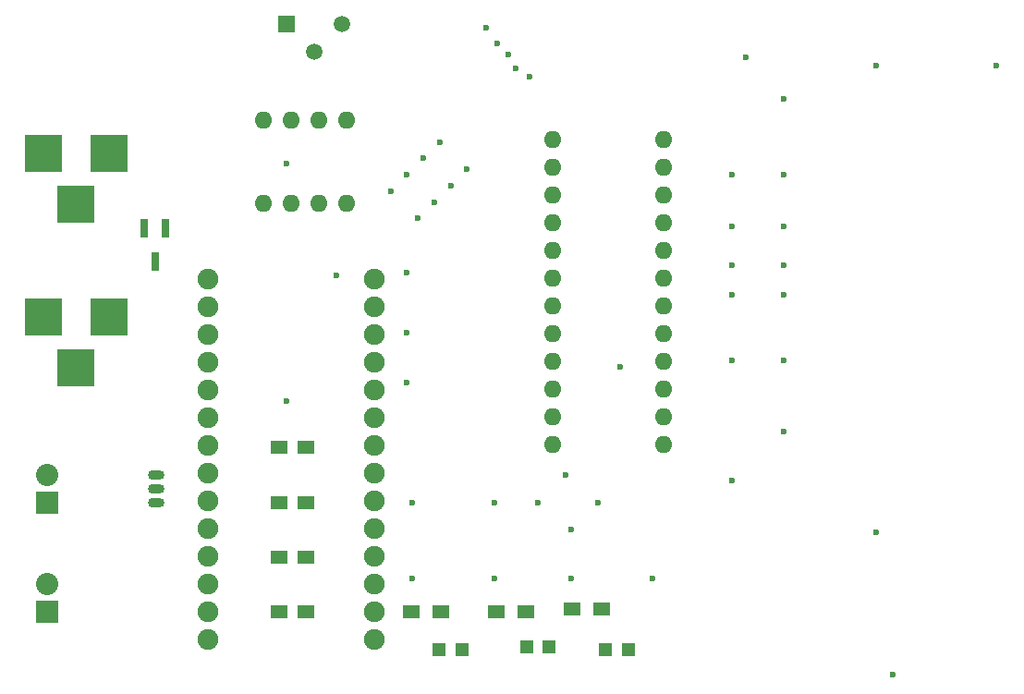
<source format=gts>
G04 #@! TF.FileFunction,Soldermask,Top*
%FSLAX46Y46*%
G04 Gerber Fmt 4.6, Leading zero omitted, Abs format (unit mm)*
G04 Created by KiCad (PCBNEW 4.0.0-2.201511301920+6191~38~ubuntu14.04.1-stable) date Fri 11 Mar 2016 15:08:48 AEDT*
%MOMM*%
G01*
G04 APERTURE LIST*
%ADD10C,0.100000*%
%ADD11R,1.500000X1.250000*%
%ADD12R,3.500120X3.500120*%
%ADD13R,1.198880X1.198880*%
%ADD14R,2.032000X2.032000*%
%ADD15O,2.032000X2.032000*%
%ADD16R,0.800100X1.800860*%
%ADD17R,1.500000X1.300000*%
%ADD18C,1.510000*%
%ADD19R,1.510000X1.510000*%
%ADD20C,1.900000*%
%ADD21O,1.600000X1.600000*%
%ADD22O,1.501140X0.899160*%
%ADD23C,0.600000*%
G04 APERTURE END LIST*
D10*
D11*
X163750000Y-115000000D03*
X166250000Y-115000000D03*
X163750000Y-110000000D03*
X166250000Y-110000000D03*
X163750000Y-105000000D03*
X166250000Y-105000000D03*
X163750000Y-100000000D03*
X166250000Y-100000000D03*
D12*
X148200140Y-73000000D03*
X142200660Y-73000000D03*
X145200400Y-77699000D03*
X148200140Y-88000000D03*
X142200660Y-88000000D03*
X145200400Y-92699000D03*
D13*
X180549020Y-118500000D03*
X178450980Y-118500000D03*
X188549020Y-118250000D03*
X186450980Y-118250000D03*
X195799020Y-118500000D03*
X193700980Y-118500000D03*
D14*
X142500000Y-105000000D03*
D15*
X142500000Y-102460000D03*
D16*
X153350000Y-79898860D03*
X151450000Y-79898860D03*
X152400000Y-82901140D03*
D17*
X178600000Y-115000000D03*
X175900000Y-115000000D03*
X186350000Y-115000000D03*
X183650000Y-115000000D03*
X193350000Y-114750000D03*
X190650000Y-114750000D03*
D18*
X169530000Y-61200000D03*
D19*
X164450000Y-61200000D03*
D18*
X166990000Y-63740000D03*
D20*
X172500000Y-115000000D03*
X172500000Y-112460000D03*
X172500000Y-109920000D03*
X172500000Y-107380000D03*
X172500000Y-104840000D03*
X172500000Y-102300000D03*
X172500000Y-99760000D03*
X172500000Y-97220000D03*
X172500000Y-94680000D03*
X172500000Y-92140000D03*
X172500000Y-89600000D03*
X172500000Y-87060000D03*
X172500000Y-84520000D03*
X157260000Y-84520000D03*
X157260000Y-87060000D03*
X157260000Y-89600000D03*
X157260000Y-92140000D03*
X157260000Y-94680000D03*
X157260000Y-97220000D03*
X157260000Y-99760000D03*
X157260000Y-102300000D03*
X157260000Y-104840000D03*
X157260000Y-107380000D03*
X157260000Y-109920000D03*
X157260000Y-112460000D03*
X157260000Y-115000000D03*
X157260000Y-117540000D03*
X172500000Y-117540000D03*
D21*
X170000000Y-70000000D03*
X167460000Y-70000000D03*
X164920000Y-70000000D03*
X162380000Y-70000000D03*
X162380000Y-77620000D03*
X164920000Y-77620000D03*
X167460000Y-77620000D03*
X170000000Y-77620000D03*
X199000000Y-71750000D03*
X199000000Y-74290000D03*
X199000000Y-76830000D03*
X199000000Y-79370000D03*
X199000000Y-81910000D03*
X199000000Y-84450000D03*
X199000000Y-86990000D03*
X199000000Y-89530000D03*
X199000000Y-92070000D03*
X199000000Y-94610000D03*
X199000000Y-97150000D03*
X199000000Y-99690000D03*
X188840000Y-99690000D03*
X188840000Y-97150000D03*
X188840000Y-94610000D03*
X188840000Y-92070000D03*
X188840000Y-89530000D03*
X188840000Y-86990000D03*
X188840000Y-84450000D03*
X188840000Y-81910000D03*
X188840000Y-79370000D03*
X188840000Y-76830000D03*
X188840000Y-74290000D03*
X188840000Y-71750000D03*
D22*
X152500000Y-103730000D03*
X152500000Y-102460000D03*
X152500000Y-105000000D03*
D14*
X142500000Y-115000000D03*
D15*
X142500000Y-112460000D03*
D23*
X229500000Y-65000000D03*
X218500000Y-65000000D03*
X164500000Y-74000000D03*
X164500000Y-95750000D03*
X169000000Y-84250000D03*
X205250000Y-103000000D03*
X205250000Y-92000000D03*
X205250000Y-86000000D03*
X205250000Y-83250000D03*
X205250000Y-79750000D03*
X205250000Y-75000000D03*
X206500000Y-64250000D03*
X210000000Y-68000000D03*
X210000000Y-75000000D03*
X210000000Y-79750000D03*
X210000000Y-83250000D03*
X210000000Y-86000000D03*
X210000000Y-92000000D03*
X210000000Y-98500000D03*
X176000000Y-105000000D03*
X183500000Y-105000000D03*
X187500000Y-105000000D03*
X190000000Y-102500000D03*
X193000000Y-105000000D03*
X190500000Y-107500000D03*
X198000000Y-112000000D03*
X190500000Y-112000000D03*
X183500000Y-112000000D03*
X176000000Y-112000000D03*
X175500000Y-94000000D03*
X175500000Y-89500000D03*
X175500000Y-84000000D03*
X176500000Y-79000000D03*
X178000000Y-77500000D03*
X179500000Y-76000000D03*
X181000000Y-74500000D03*
X178500000Y-72000000D03*
X177000000Y-73500000D03*
X175500000Y-75000000D03*
X174000000Y-76500000D03*
X195000000Y-92600000D03*
X218500000Y-107750000D03*
X220000000Y-120750000D03*
X186750000Y-66000000D03*
X185500000Y-65250000D03*
X184750000Y-64000000D03*
X183750000Y-63000000D03*
X182750000Y-61500000D03*
M02*

</source>
